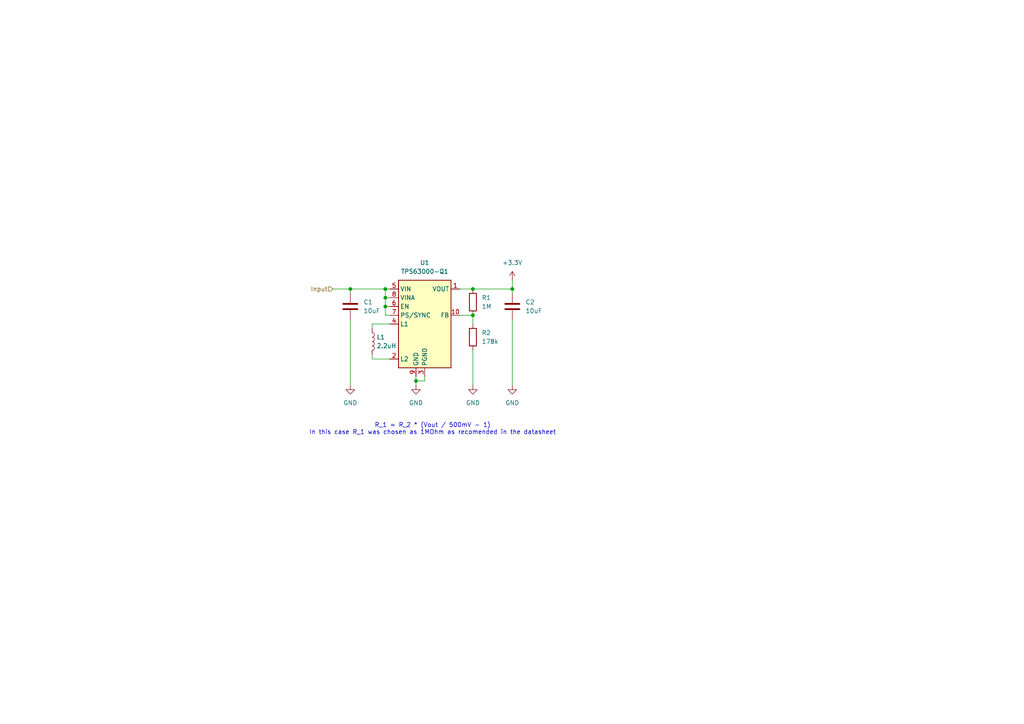
<source format=kicad_sch>
(kicad_sch (version 20250114) (generator "eeschema") (generator_version "9.0")
  (paper "A4")
  (lib_symbols
    (symbol "Device:C" (pin_numbers (hide yes)) (pin_names (offset 0.254))
      (property "Reference" "C" (at 0.635 2.54 0))
      (property "Value" "C" (at 0.635 -2.54 0))
      (symbol "C_0_1"
        (polyline (pts (xy -2.032 0.762) (xy 2.032 0.762)) (stroke (width 0.508)))
        (polyline (pts (xy -2.032 -0.762) (xy 2.032 -0.762)) (stroke (width 0.508)))
      )
      (symbol "C_1_1"
        (pin passive line (at 0 3.81 270) (length 2.794) (name "~") (number "1"))
        (pin passive line (at 0 -3.81 90) (length 2.794) (name "~") (number "2"))
      )
    )
    (symbol "Device:L" (pin_numbers (hide yes)) (pin_names (offset 1.016) (hide yes))
      (property "Reference" "L" (at -1.27 0 90))
      (property "Value" "L" (at 1.905 0 90))
      (symbol "L_0_1"
        (arc (start 0 2.54) (mid 0.6323 1.905) (end 0 1.27))
        (arc (start 0 1.27) (mid 0.6323 0.635) (end 0 0))
        (arc (start 0 0) (mid 0.6323 -0.635) (end 0 -1.27))
        (arc (start 0 -1.27) (mid 0.6323 -1.905) (end 0 -2.54))
      )
      (symbol "L_1_1"
        (pin passive line (at 0 3.81 270) (length 1.27) (name "1") (number "1"))
        (pin passive line (at 0 -3.81 90) (length 1.27) (name "2") (number "2"))
      )
    )
    (symbol "Device:R" (pin_numbers (hide yes)) (pin_names (offset 0))
      (property "Reference" "R" (at 2.032 0 90))
      (property "Value" "R" (at 0 0 90))
      (symbol "R_0_1"
        (rectangle (start -1.016 -2.54) (end 1.016 2.54) (stroke (width 0.254)))
      )
      (symbol "R_1_1"
        (pin passive line (at 0 3.81 270) (length 1.27) (name "~") (number "1"))
        (pin passive line (at 0 -3.81 90) (length 1.27) (name "~") (number "2"))
      )
    )
    (symbol "Regulator_Switching:TPS63000-Q1"
      (property "Reference" "U" (at -7.62 13.97 0))
      (property "Value" "TPS63000-Q1" (at 5.08 13.97 0))
      (symbol "TPS63000-Q1_0_1"
        (rectangle (start -7.62 12.7) (end 7.62 -12.7) (stroke (width 0.254)) (fill (type background)))
      )
      (symbol "TPS63000-Q1_1_1"
        (pin power_in line (at -10.16 10.16 0) (length 2.54) (name "VIN") (number "5"))
        (pin power_in line (at -10.16 7.62 0) (length 2.54) (name "VINA") (number "8"))
        (pin input line (at -10.16 5.08 0) (length 2.54) (name "EN") (number "6"))
        (pin input line (at -10.16 2.54 0) (length 2.54) (name "PS/SYNC") (number "7"))
        (pin input line (at -10.16 0 0) (length 2.54) (name "L1") (number "4"))
        (pin input line (at -10.16 -10.16 0) (length 2.54) (name "L2") (number "2"))
        (pin power_in line (at -2.54 -15.24 90) (length 2.54) (name "GND") (number "9"))
        (pin passive line (at 0 -15.24 90) (length 2.54) (hide yes) (name "PGND") (number "11"))
        (pin power_in line (at 0 -15.24 90) (length 2.54) (name "PGND") (number "3"))
        (pin power_out line (at 10.16 10.16 180) (length 2.54) (name "VOUT") (number "1"))
        (pin input line (at 10.16 2.54 180) (length 2.54) (name "FB") (number "10"))
      )
    )
    (symbol "power:+3.3V" (power) (pin_numbers (hide yes)) (pin_names (offset 0) (hide yes))
      (property "Value" "+3.3V" (at 0 3.556 0))
      (symbol "+3.3V_0_1"
        (polyline (pts (xy -0.762 1.27) (xy 0 2.54)))
        (polyline (pts (xy 0 2.54) (xy 0.762 1.27)))
        (polyline (pts (xy 0 0) (xy 0 2.54)))
      )
      (symbol "+3.3V_1_1"
        (pin power_in line (at 0 0 90) (length 0) (name "~") (number "1"))
      )
    )
    (symbol "power:GND" (power) (pin_numbers (hide yes)) (pin_names (offset 0) (hide yes))
      (property "Value" "GND" (at 0 -3.81 0))
      (symbol "GND_0_1"
        (polyline (pts (xy 0 0) (xy 0 -1.27) (xy 1.27 -1.27) (xy 0 -2.54) (xy -1.27 -1.27) (xy 0 -1.27)))
      )
      (symbol "GND_1_1"
        (pin power_in line (at 0 0 270) (length 0) (name "~") (number "1"))
      )
    )
  )
  (text "R_1 = R_2 * (Vout / 500mV - 1)\nIn this case R_1 was chosen as 1MOhm as recomended in the datasheet" (at 125.476 124.46 0) (effects (font (size 1.27 1.27))))
  (junction (at 148.59 83.82))
  (junction (at 137.16 83.82))
  (junction (at 101.6 83.82))
  (junction (at 111.76 83.82))
  (junction (at 111.76 88.9))
  (junction (at 137.16 91.44))
  (junction (at 120.65 110.49))
  (junction (at 111.76 86.36))
  (wire (pts (xy 120.65 110.49) (xy 120.65 111.76)))
  (wire (pts (xy 101.6 83.82) (xy 101.6 85.09)))
  (wire (pts (xy 111.76 88.9) (xy 113.03 88.9)))
  (wire (pts (xy 137.16 91.44) (xy 137.16 93.98)))
  (wire (pts (xy 96.52 83.82) (xy 101.6 83.82)))
  (wire (pts (xy 123.19 110.49) (xy 120.65 110.49)))
  (wire (pts (xy 111.76 88.9) (xy 111.76 86.36)))
  (wire (pts (xy 111.76 91.44) (xy 111.76 88.9)))
  (wire (pts (xy 111.76 86.36) (xy 111.76 83.82)))
  (wire (pts (xy 123.19 109.22) (xy 123.19 110.49)))
  (wire (pts (xy 107.95 104.14) (xy 107.95 102.87)))
  (wire (pts (xy 148.59 85.09) (xy 148.59 83.82)))
  (wire (pts (xy 133.35 91.44) (xy 137.16 91.44)))
  (wire (pts (xy 101.6 92.71) (xy 101.6 111.76)))
  (wire (pts (xy 120.65 109.22) (xy 120.65 110.49)))
  (wire (pts (xy 113.03 91.44) (xy 111.76 91.44)))
  (wire (pts (xy 107.95 95.25) (xy 107.95 93.98)))
  (wire (pts (xy 113.03 104.14) (xy 107.95 104.14)))
  (wire (pts (xy 137.16 101.6) (xy 137.16 111.76)))
  (wire (pts (xy 137.16 83.82) (xy 148.59 83.82)))
  (wire (pts (xy 133.35 83.82) (xy 137.16 83.82)))
  (wire (pts (xy 148.59 81.28) (xy 148.59 83.82)))
  (wire (pts (xy 111.76 83.82) (xy 113.03 83.82)))
  (wire (pts (xy 107.95 93.98) (xy 113.03 93.98)))
  (wire (pts (xy 148.59 92.71) (xy 148.59 111.76)))
  (wire (pts (xy 111.76 86.36) (xy 113.03 86.36)))
  (wire (pts (xy 101.6 83.82) (xy 111.76 83.82)))
  (hierarchical_label "Input" (shape input) (at 96.52 83.82 180))
  (symbol (lib_id "Device:R") (at 137.16 87.63 0) (unit 1)
    (property "Reference" "R1" (at 139.7 86.3599 0) (effects (justify left)))
    (property "Value" "1M" (at 139.7 88.8999 0) (effects (justify left)))
    (property "Footprint" "Resistor_SMD:R_0603_1608Metric" (effects (hide yes)))
    (property "Description" "Resistor" (effects (hide yes)))
  )
  (symbol (lib_id "power:GND") (at 101.6 111.76 0) (unit 1)
    (property "Reference" "#PWR04" (effects (hide yes)))
    (property "Value" "GND" (at 101.6 116.84 0))
    (property "Description" "Power symbol creates a global label with name \"GND\" , ground" (effects (hide yes)))
  )
  (symbol (lib_id "Device:C") (at 148.59 88.9 0) (unit 1)
    (property "Reference" "C2" (at 152.4 87.6299 0) (effects (justify left)))
    (property "Value" "10uF" (at 152.4 90.1699 0) (effects (justify left)))
    (property "Description" "Unpolarized capacitor" (effects (hide yes)))
  )
  (symbol (lib_id "Device:R") (at 137.16 97.79 0) (unit 1)
    (property "Reference" "R2" (at 139.7 96.5199 0) (effects (justify left)))
    (property "Value" "178k" (at 139.7 99.0599 0) (effects (justify left)))
    (property "Footprint" "Resistor_SMD:R_0603_1608Metric" (effects (hide yes)))
    (property "Description" "Resistor" (effects (hide yes)))
  )
  (symbol (lib_id "power:GND") (at 120.65 111.76 0) (unit 1)
    (property "Reference" "#PWR02" (effects (hide yes)))
    (property "Value" "GND" (at 120.65 116.84 0))
    (property "Description" "Power symbol creates a global label with name \"GND\" , ground" (effects (hide yes)))
  )
  (symbol (lib_id "Device:L") (at 107.95 99.06 0) (unit 1)
    (property "Reference" "L1" (at 109.22 97.7899 0) (effects (justify left)))
    (property "Value" "2.2uH" (at 109.22 100.3299 0) (effects (justify left)))
    (property "Footprint" "Inductor_SMD:L_0805_2012Metric" (effects (hide yes)))
    (property "Description" "Inductor" (effects (hide yes)))
  )
  (symbol (lib_id "power:GND") (at 148.59 111.76 0) (unit 1)
    (property "Reference" "#PWR05" (effects (hide yes)))
    (property "Value" "GND" (at 148.59 116.84 0))
    (property "Description" "Power symbol creates a global label with name \"GND\" , ground" (effects (hide yes)))
  )
  (symbol (lib_id "Regulator_Switching:TPS63000-Q1") (at 123.19 93.98 0) (unit 1)
    (property "Reference" "U1" (at 123.19 76.2 0))
    (property "Value" "TPS63000-Q1" (at 123.19 78.74 0))
    (property "Footprint" "Package_SON:Texas_DRC0010J_ThermalVias" (effects (hide yes)))
    (property "Datasheet" "http://www.ti.com/lit/ds/symlink/tps63000-q1.pdf" (effects (hide yes)))
    (property "Description" "Buck-Boost Converter, 1.8-5.5V Input Voltage, 1.8A Switch Current, Adjustable 1.2-5.5V Output Voltage, Automotive, VSON-10" (effects (hide yes)))
  )
  (symbol (lib_id "power:+3.3V") (at 148.59 81.28 0) (unit 1)
    (property "Reference" "#PWR03" (effects (hide yes)))
    (property "Value" "+3.3V" (at 148.59 76.2 0))
    (property "Description" "Power symbol creates a global label with name \"+3.3V\"" (effects (hide yes)))
  )
  (symbol (lib_id "Device:C") (at 101.6 88.9 0) (unit 1)
    (property "Reference" "C1" (at 105.41 87.6299 0) (effects (justify left)))
    (property "Value" "10uF" (at 105.41 90.1699 0) (effects (justify left)))
    (property "Footprint" "Capacitor_SMD:C_0603_1608Metric" (effects (hide yes)))
    (property "Description" "Unpolarized capacitor" (effects (hide yes)))
  )
  (symbol (lib_id "power:GND") (at 137.16 111.76 0) (unit 1)
    (property "Reference" "#PWR01" (effects (hide yes)))
    (property "Value" "GND" (at 137.16 116.84 0))
    (property "Description" "Power symbol creates a global label with name \"GND\" , ground" (effects (hide yes)))
  )
)
</source>
